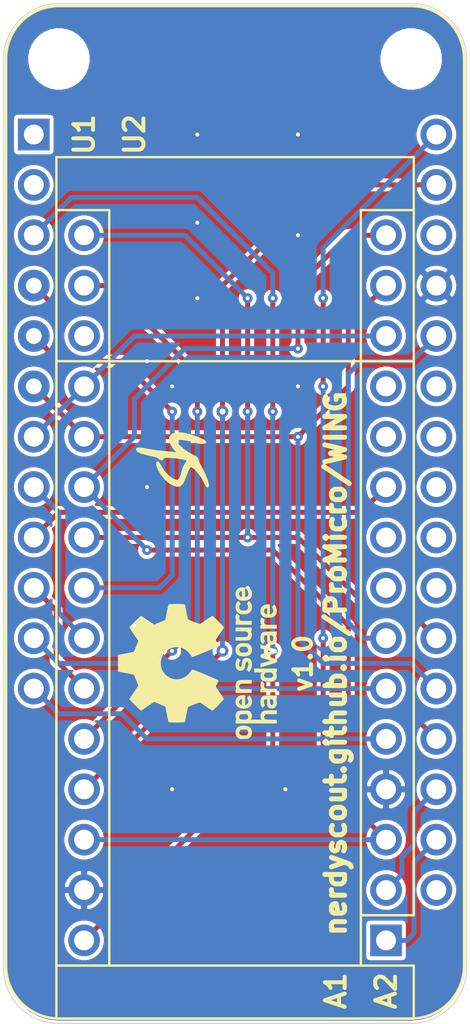
<source format=kicad_pcb>
(kicad_pcb (version 20171130) (host pcbnew 5.1.5)
  (title_block (title ProMicro_WING) (date 2020-06-01) (rev v1.0) (company https://twitter.com/nerdyscout84) (comment 1 "CERN Open Hardware Licence v1.2 ") (comment 2 http://github.com/nerdyscout/ProMicro))
  (layers (0 F.Cu mixed) (31 B.Cu mixed) (34 B.Paste user) (35 F.Paste user) (36 B.SilkS user) (37 F.SilkS user) (38 B.Mask user) (39 F.Mask user) (44 Edge.Cuts user))
  (net 0 "")
  (net 1 GND)
  (net 2 +3V3)
  (net 3 Reset)
  (net 4 D9)
  (net 5 D8)
  (net 6 A3)
  (net 7 D7)
  (net 8 A2)
  (net 9 D6)
  (net 10 A1)
  (net 11 D5)
  (net 12 A0)
  (net 13 D4)
  (net 14 D15)
  (net 15 D3)
  (net 16 D14)
  (net 17 D2)
  (net 18 D16)
  (net 19 D10)
  (net 20 D0)
  (net 21 D1)
  (net 22 +5V)
  (net 23 EN)
  (module Symbol:initials (layer F.Cu) (at 55.245 77.47 90)
    (fp_text reference TP3 hide)
    (fp_text value initials hide)
  )
  (module WING:Adafruit_Feather_mod2 (layer F.Cu) (at 48.26 60.96)
    (fp_text reference U1 (at 2.54 0 270) (layer F.SilkS) (effects (font (thickness 0.2))))
    (fp_text value Adafruit_HUZZAH32_ESP32_Feather hide)
    (pad 1 thru_hole rect (at 0 0) (size 1.6 1.6) (drill 0.8) (layers *.Cu *.Mask))
    (pad 2 thru_hole circle (at 0 2.54) (size 1.6 1.6) (drill 0.8) (layers *.Cu *.Mask) (net 23 EN))
    (pad 3 thru_hole circle (at 0 5.08) (size 1.6 1.6) (drill 0.8) (layers *.Cu *.Mask) (net 22 +5V))
    (pad 4 thru_hole circle (at 0 7.62) (size 1.6 1.6) (drill 0.8) (layers *.Cu *.Mask) (net 6 A3))
    (pad 5 thru_hole circle (at 0 10.16) (size 1.6 1.6) (drill 0.8) (layers *.Cu *.Mask) (net 12 A0))
    (pad 6 thru_hole circle (at 0 12.7) (size 1.6 1.6) (drill 0.8) (layers *.Cu *.Mask) (net 18 D16))
    (pad 7 thru_hole circle (at 0 15.24) (size 1.6 1.6) (drill 0.8) (layers *.Cu *.Mask) (net 19 D10))
    (pad 8 thru_hole circle (at 0 17.78) (size 1.6 1.6) (drill 0.8) (layers *.Cu *.Mask) (net 10 A1))
    (pad 9 thru_hole circle (at 0 20.32) (size 1.6 1.6) (drill 0.8) (layers *.Cu *.Mask) (net 7 D7))
    (pad 10 thru_hole circle (at 0 22.86) (size 1.6 1.6) (drill 0.8) (layers *.Cu *.Mask) (net 8 A2))
    (pad 11 thru_hole circle (at 0 25.4) (size 1.6 1.6) (drill 0.8) (layers *.Cu *.Mask) (net 15 D3))
    (pad 12 thru_hole circle (at 0 27.94) (size 1.6 1.6) (drill 0.8) (layers *.Cu *.Mask) (net 17 D2))
    (pad 13 thru_hole circle (at 20.32 38.1) (size 1.6 1.6) (drill 0.8) (layers *.Cu *.Mask))
    (pad 14 thru_hole circle (at 20.32 35.56) (size 1.6 1.6) (drill 0.8) (layers *.Cu *.Mask) (net 21 D1))
    (pad 15 thru_hole circle (at 20.32 33.02) (size 1.6 1.6) (drill 0.8) (layers *.Cu *.Mask) (net 20 D0))
    (pad 16 thru_hole circle (at 20.32 30.48) (size 1.6 1.6) (drill 0.8) (layers *.Cu *.Mask) (net 16 D14))
    (pad 17 thru_hole circle (at 20.32 27.94) (size 1.6 1.6) (drill 0.8) (layers *.Cu *.Mask) (net 18 D16))
    (pad 18 thru_hole circle (at 20.32 25.4) (size 1.6 1.6) (drill 0.8) (layers *.Cu *.Mask) (net 14 D15))
    (pad 19 thru_hole circle (at 20.32 22.86) (size 1.6 1.6) (drill 0.8) (layers *.Cu *.Mask))
    (pad 20 thru_hole circle (at 20.32 20.32) (size 1.6 1.6) (drill 0.8) (layers *.Cu *.Mask))
    (pad 21 thru_hole circle (at 20.32 17.78) (size 1.6 1.6) (drill 0.8) (layers *.Cu *.Mask))
    (pad 22 thru_hole circle (at 20.32 15.24) (size 1.6 1.6) (drill 0.8) (layers *.Cu *.Mask))
    (pad 23 thru_hole circle (at 20.32 12.7) (size 1.6 1.6) (drill 0.8) (layers *.Cu *.Mask))
    (pad 25 thru_hole circle (at 20.32 7.62) (size 1.6 1.6) (drill 0.8) (layers *.Cu *.Mask) (net 1 GND))
    (pad 26 thru_hole circle (at 20.32 5.08) (size 1.6 1.6) (drill 0.8) (layers *.Cu *.Mask))
    (pad 27 thru_hole circle (at 20.32 2.54) (size 1.6 1.6) (drill 0.8) (layers *.Cu *.Mask) (net 2 +3V3))
  )
  (module MountingHole:MountingHole_2.7mm (layer F.Cu) (at 67.31 57.15)
    (fp_text reference TP2 hide)
    (fp_text value TestPoint hide)
    (pad 1 np_thru_hole circle (at 0 0) (size 2.7 2.7) (drill 2.7) (layers *.Cu *.Mask))
  )
  (module MountingHole:MountingHole_2.7mm (layer F.Cu) (at 49.53 57.15)
    (fp_text reference TP1 hide)
    (fp_text value TestPoint hide)
    (pad 1 np_thru_hole circle (at 0 0) (size 2.7 2.7) (drill 2.7) (layers *.Cu *.Mask))
  )
  (module WING:Adafruit_Feather (layer F.Cu) (at 48.26 60.96)
    (fp_text reference U2 (at 5.08 0 270) (layer F.SilkS) (effects (font (thickness 0.2))))
    (fp_text value Adafruit_Feather_HUZZAH_ESP8266 hide)
    (pad 28 thru_hole circle (at 20.32 0) (size 1.6 1.6) (drill 1) (layers *.Cu *.Mask) (net 3 Reset))
    (pad 27 thru_hole circle (at 20.32 2.54) (size 1.6 1.6) (drill 1) (layers *.Cu *.Mask) (net 2 +3V3))
    (pad 26 thru_hole circle (at 20.32 5.08) (size 1.6 1.6) (drill 1) (layers *.Cu *.Mask))
    (pad 25 thru_hole circle (at 20.32 7.62) (size 1.6 1.6) (drill 1) (layers *.Cu *.Mask) (net 1 GND))
    (pad 24 thru_hole circle (at 20.32 10.16) (size 1.6 1.6) (drill 1) (layers *.Cu *.Mask) (net 13 D4))
    (pad 23 thru_hole circle (at 20.32 12.7) (size 1.6 1.6) (drill 1) (layers *.Cu *.Mask))
    (pad 22 thru_hole circle (at 20.32 15.24) (size 1.6 1.6) (drill 1) (layers *.Cu *.Mask))
    (pad 21 thru_hole circle (at 20.32 17.78) (size 1.6 1.6) (drill 1) (layers *.Cu *.Mask))
    (pad 20 thru_hole circle (at 20.32 20.32) (size 1.6 1.6) (drill 1) (layers *.Cu *.Mask))
    (pad 19 thru_hole circle (at 20.32 22.86) (size 1.6 1.6) (drill 1) (layers *.Cu *.Mask))
    (pad 18 thru_hole circle (at 20.32 25.4) (size 1.6 1.6) (drill 1) (layers *.Cu *.Mask) (net 14 D15))
    (pad 17 thru_hole circle (at 20.32 27.94) (size 1.6 1.6) (drill 1) (layers *.Cu *.Mask) (net 18 D16))
    (pad 16 thru_hole circle (at 20.32 30.48) (size 1.6 1.6) (drill 1) (layers *.Cu *.Mask) (net 16 D14))
    (pad 15 thru_hole circle (at 20.32 33.02) (size 1.6 1.6) (drill 1) (layers *.Cu *.Mask) (net 20 D0))
    (pad 14 thru_hole circle (at 20.32 35.56) (size 1.6 1.6) (drill 1) (layers *.Cu *.Mask) (net 21 D1))
    (pad 13 thru_hole circle (at 20.32 38.1) (size 1.6 1.6) (drill 1) (layers *.Cu *.Mask))
    (pad 12 thru_hole circle (at 0 27.94) (size 1.6 1.6) (drill 1) (layers *.Cu *.Mask) (net 17 D2))
    (pad 11 thru_hole circle (at 0 25.4) (size 1.6 1.6) (drill 1) (layers *.Cu *.Mask) (net 15 D3))
    (pad 10 thru_hole circle (at 0 22.86) (size 1.6 1.6) (drill 1) (layers *.Cu *.Mask) (net 8 A2))
    (pad 9 thru_hole circle (at 0 20.32) (size 1.6 1.6) (drill 1) (layers *.Cu *.Mask) (net 7 D7))
    (pad 8 thru_hole circle (at 0 17.78) (size 1.6 1.6) (drill 1) (layers *.Cu *.Mask) (net 10 A1))
    (pad 7 thru_hole circle (at 0 15.24) (size 1.6 1.6) (drill 1) (layers *.Cu *.Mask) (net 19 D10))
    (pad 3 thru_hole circle (at 0 5.08) (size 1.6 1.6) (drill 1) (layers *.Cu *.Mask) (net 22 +5V))
    (pad 2 thru_hole circle (at 0 2.54) (size 1.6 1.6) (drill 1) (layers *.Cu *.Mask) (net 23 EN))
    (pad 1 thru_hole rect (at 0 0) (size 1.6 1.6) (drill 1) (layers *.Cu *.Mask))
  )
  (module Module:Sparkfun_Pro_Micro (layer F.Cu) (at 66.04 101.6 180)
    (fp_text reference A1 (at 2.54 -2.54 270) (layer F.SilkS) (effects (font (thickness 0.2))))
    (fp_text value Sparkfun_Pro_Micro_3V3 hide)
    (pad 24 thru_hole oval (at 15.24 0 180) (size 1.6 1.6) (drill 1) (layers *.Cu *.Mask) (net 22 +5V))
    (pad 23 thru_hole oval (at 15.24 2.54 180) (size 1.6 1.6) (drill 1) (layers *.Cu *.Mask) (net 1 GND))
    (pad 22 thru_hole oval (at 15.24 5.08 180) (size 1.6 1.6) (drill 1) (layers *.Cu *.Mask) (net 3 Reset))
    (pad 12 thru_hole oval (at 0 27.94 180) (size 1.6 1.6) (drill 1) (layers *.Cu *.Mask) (net 4 D9))
    (pad 21 thru_hole oval (at 15.24 7.62 180) (size 1.6 1.6) (drill 1) (layers *.Cu *.Mask) (net 2 +3V3))
    (pad 11 thru_hole oval (at 0 25.4 180) (size 1.6 1.6) (drill 1) (layers *.Cu *.Mask) (net 5 D8))
    (pad 20 thru_hole oval (at 15.24 10.16 180) (size 1.6 1.6) (drill 1) (layers *.Cu *.Mask) (net 6 A3))
    (pad 10 thru_hole oval (at 0 22.86 180) (size 1.6 1.6) (drill 1) (layers *.Cu *.Mask) (net 7 D7))
    (pad 19 thru_hole oval (at 15.24 12.7 180) (size 1.6 1.6) (drill 1) (layers *.Cu *.Mask) (net 8 A2))
    (pad 9 thru_hole oval (at 0 20.32 180) (size 1.6 1.6) (drill 1) (layers *.Cu *.Mask) (net 9 D6))
    (pad 18 thru_hole oval (at 15.24 15.24 180) (size 1.6 1.6) (drill 1) (layers *.Cu *.Mask) (net 10 A1))
    (pad 8 thru_hole oval (at 0 17.78 180) (size 1.6 1.6) (drill 1) (layers *.Cu *.Mask) (net 11 D5))
    (pad 17 thru_hole oval (at 15.24 17.78 180) (size 1.6 1.6) (drill 1) (layers *.Cu *.Mask) (net 12 A0))
    (pad 7 thru_hole oval (at 0 15.24 180) (size 1.6 1.6) (drill 1) (layers *.Cu *.Mask) (net 13 D4))
    (pad 16 thru_hole oval (at 15.24 20.32 180) (size 1.6 1.6) (drill 1) (layers *.Cu *.Mask) (net 14 D15))
    (pad 6 thru_hole oval (at 0 12.7 180) (size 1.6 1.6) (drill 1) (layers *.Cu *.Mask) (net 15 D3))
    (pad 15 thru_hole oval (at 15.24 22.86 180) (size 1.6 1.6) (drill 1) (layers *.Cu *.Mask) (net 16 D14))
    (pad 5 thru_hole oval (at 0 10.16 180) (size 1.6 1.6) (drill 1) (layers *.Cu *.Mask) (net 17 D2))
    (pad 14 thru_hole oval (at 15.24 25.4 180) (size 1.6 1.6) (drill 1) (layers *.Cu *.Mask) (net 18 D16))
    (pad 4 thru_hole oval (at 0 7.62 180) (size 1.6 1.6) (drill 1) (layers *.Cu *.Mask) (net 1 GND))
    (pad 13 thru_hole oval (at 15.24 27.94 180) (size 1.6 1.6) (drill 1) (layers *.Cu *.Mask) (net 19 D10))
    (pad 3 thru_hole oval (at 0 5.08 180) (size 1.6 1.6) (drill 1) (layers *.Cu *.Mask) (net 3 Reset))
    (pad 2 thru_hole oval (at 0 2.54 180) (size 1.6 1.6) (drill 1) (layers *.Cu *.Mask) (net 20 D0))
    (pad 1 thru_hole rect (at 0 0 180) (size 1.6 1.6) (drill 1) (layers *.Cu *.Mask) (net 21 D1))
  )
  (module Module:Arduino_Nano_mod (layer F.Cu) (at 66.04 101.6 180)
    (fp_text reference A2 (at 0 -2.54 90) (layer F.SilkS) (effects (font (thickness 0.2))))
    (fp_text value Arduino_Nano_v3.x)
    (pad 16 thru_hole oval (at 15.24 35.56 180) (size 1.6 1.6) (drill 1) (layers *.Cu *.Mask) (net 14 D15))
    (pad 15 thru_hole oval (at 0 35.56 180) (size 1.6 1.6) (drill 1) (layers *.Cu *.Mask) (net 16 D14))
    (pad 30 thru_hole oval (at 15.24 0 180) (size 1.6 1.6) (drill 1) (layers *.Cu *.Mask) (net 22 +5V))
    (pad 14 thru_hole oval (at 0 33.02 180) (size 1.6 1.6) (drill 1) (layers *.Cu *.Mask) (net 18 D16))
    (pad 29 thru_hole oval (at 15.24 2.54 180) (size 1.6 1.6) (drill 1) (layers *.Cu *.Mask) (net 1 GND))
    (pad 13 thru_hole oval (at 0 30.48 180) (size 1.6 1.6) (drill 1) (layers *.Cu *.Mask) (net 19 D10))
    (pad 28 thru_hole oval (at 15.24 5.08 180) (size 1.6 1.6) (drill 1) (layers *.Cu *.Mask) (net 3 Reset))
    (pad 12 thru_hole oval (at 0 27.94 180) (size 1.6 1.6) (drill 1) (layers *.Cu *.Mask) (net 4 D9))
    (pad 27 thru_hole oval (at 15.24 7.62 180) (size 1.6 1.6) (drill 1) (layers *.Cu *.Mask) (net 2 +3V3))
    (pad 11 thru_hole oval (at 0 25.4 180) (size 1.6 1.6) (drill 1) (layers *.Cu *.Mask) (net 5 D8))
    (pad 26 thru_hole oval (at 15.24 10.16 180) (size 1.6 1.6) (drill 1) (layers *.Cu *.Mask) (net 6 A3))
    (pad 10 thru_hole oval (at 0 22.86 180) (size 1.6 1.6) (drill 1) (layers *.Cu *.Mask) (net 7 D7))
    (pad 25 thru_hole oval (at 15.24 12.7 180) (size 1.6 1.6) (drill 1) (layers *.Cu *.Mask) (net 8 A2))
    (pad 9 thru_hole oval (at 0 20.32 180) (size 1.6 1.6) (drill 1) (layers *.Cu *.Mask) (net 9 D6))
    (pad 24 thru_hole oval (at 15.24 15.24 180) (size 1.6 1.6) (drill 1) (layers *.Cu *.Mask) (net 10 A1))
    (pad 8 thru_hole oval (at 0 17.78 180) (size 1.6 1.6) (drill 1) (layers *.Cu *.Mask) (net 11 D5))
    (pad 23 thru_hole oval (at 15.24 17.78 180) (size 1.6 1.6) (drill 1) (layers *.Cu *.Mask) (net 12 A0))
    (pad 7 thru_hole oval (at 0 15.24 180) (size 1.6 1.6) (drill 1) (layers *.Cu *.Mask) (net 13 D4))
    (pad 6 thru_hole oval (at 0 12.7 180) (size 1.6 1.6) (drill 1) (layers *.Cu *.Mask) (net 15 D3))
    (pad 5 thru_hole oval (at 0 10.16 180) (size 1.6 1.6) (drill 1) (layers *.Cu *.Mask) (net 17 D2))
    (pad 4 thru_hole oval (at 0 7.62 180) (size 1.6 1.6) (drill 1) (layers *.Cu *.Mask) (net 1 GND))
    (pad 3 thru_hole oval (at 0 5.08 180) (size 1.6 1.6) (drill 1) (layers *.Cu *.Mask) (net 3 Reset))
    (pad 18 thru_hole oval (at 15.24 30.48 180) (size 1.6 1.6) (drill 1) (layers *.Cu *.Mask))
    (pad 2 thru_hole oval (at 0 2.54 180) (size 1.6 1.6) (drill 1) (layers *.Cu *.Mask) (net 20 D0))
    (pad 17 thru_hole oval (at 15.24 33.02 180) (size 1.6 1.6) (drill 1) (layers *.Cu *.Mask) (net 2 +3V3))
    (pad 1 thru_hole rect (at 0 0 180) (size 1.6 1.6) (drill 1) (layers *.Cu *.Mask) (net 21 D1))
  )
  (module Symbol:OSHW-Logo_7.5x8mm_SilkScreen (layer F.Cu) (at 56.515 87.63 90)
    (fp_text reference LOGO1 hide)
    (fp_text value Logo_Open_Hardware_Small hide)
  )
  (gr_arc (start 49.53 57.15) (end 49.53 54.356) (angle -90) (layer Edge.Cuts) (width 0.05))
  (gr_arc (start 67.31 57.15) (end 70.104 57.15) (angle -90) (layer Edge.Cuts) (width 0.05))
  (gr_arc (start 67.31 102.997) (end 67.31 105.791) (angle -90) (layer Edge.Cuts) (width 0.05))
  (gr_arc (start 49.53 102.997) (end 46.736 102.997) (angle -90) (layer Edge.Cuts) (width 0.05))
  (gr_text v1.0 (at 61.849 87.63 90) (layer F.SilkS) (effects (font (size 0.9 0.9) (thickness 0.2))))
  (gr_text nerdyscout.github.io/ProMicro/WING (at 63.5 87.63 90) (layer F.SilkS) (effects (font (size 1 1) (thickness 0.25))))
  (gr_line (start 46.736 102.997) (end 46.736 57.15) (layer Edge.Cuts) (width 0.05))
  (gr_line (start 67.31 105.791) (end 49.53 105.791) (layer Edge.Cuts) (width 0.05))
  (gr_line (start 70.104 57.15) (end 70.104 102.997) (layer Edge.Cuts) (width 0.05))
  (gr_line (start 49.53 54.356) (end 67.31 54.356) (layer Edge.Cuts) (width 0.05))
  (via (at 59.055 83.82) (size 0.5) (drill 0.2) (layers F.Cu B.Cu) (net 1))
  (via (at 60.96 93.98) (size 0.5) (drill 0.2) (layers F.Cu B.Cu) (net 1))
  (via (at 55.245 93.98) (size 0.5) (drill 0.2) (layers F.Cu B.Cu) (net 1))
  (via (at 53.975 78.74) (size 0.5) (drill 0.2) (layers F.Cu B.Cu) (net 1))
  (via (at 61.595 73.66) (size 0.5) (drill 0.2) (layers F.Cu B.Cu) (net 1))
  (via (at 55.245 73.66) (size 0.5) (drill 0.2) (layers F.Cu B.Cu) (net 1))
  (via (at 53.975 72.39) (size 0.5) (drill 0.2) (layers F.Cu B.Cu) (net 1))
  (via (at 56.515 69.215) (size 0.5) (drill 0.2) (layers F.Cu B.Cu) (net 1))
  (via (at 61.595 66.04) (size 0.5) (drill 0.2) (layers F.Cu B.Cu) (net 1))
  (via (at 56.515 65.405) (size 0.5) (drill 0.2) (layers F.Cu B.Cu) (net 1))
  (via (at 61.595 60.96) (size 0.5) (drill 0.2) (layers F.Cu B.Cu) (net 1))
  (via (at 56.515 60.96) (size 0.5) (drill 0.2) (layers F.Cu B.Cu) (net 1))
  (via (at 53.34 85.725) (size 0.5) (drill 0.2) (layers F.Cu B.Cu) (net 1))
  (via (at 57.785 74.93) (size 0.6) (drill 0.3) (layers F.Cu B.Cu) (net 2))
  (segment (start 57.785 74.93) (end 57.785 68.58) (width 0.25) (layer F.Cu) (net 2))
  (segment (start 67.44863 63.5) (end 68.58 63.5) (width 0.25) (layer F.Cu) (net 2))
  (segment (start 62.865 63.5) (end 67.44863 63.5) (width 0.25) (layer F.Cu) (net 2))
  (segment (start 57.785 68.58) (end 62.865 63.5) (width 0.25) (layer F.Cu) (net 2))
  (segment (start 50.8 68.58) (end 57.785 68.58) (width 0.25) (layer F.Cu) (net 2))
  (via (at 57.785 86.995008) (size 0.6) (drill 0.3) (layers F.Cu B.Cu) (net 2))
  (segment (start 57.785 74.93) (end 57.785 86.995008) (width 0.25) (layer B.Cu) (net 2))
  (segment (start 50.8 93.98) (end 57.784992 86.995008) (width 0.25) (layer F.Cu) (net 2))
  (segment (start 57.784992 86.995008) (end 57.785 86.995008) (width 0.25) (layer F.Cu) (net 2))
  (segment (start 50.8 96.52) (end 66.04 96.52) (width 0.25) (layer B.Cu) (net 3))
  (via (at 62.865 69.215) (size 0.5) (drill 0.2) (layers F.Cu B.Cu) (net 3))
  (via (at 62.865 73.66) (size 0.5) (drill 0.2) (layers F.Cu B.Cu) (net 3))
  (segment (start 62.865 69.215) (end 62.865 73.66) (width 0.25) (layer F.Cu) (net 3))
  (via (at 62.865 86.36) (size 0.5) (drill 0.2) (layers F.Cu B.Cu) (net 3))
  (segment (start 62.865 73.66) (end 62.865 86.36) (width 0.25) (layer B.Cu) (net 3))
  (segment (start 62.865 86.36) (end 62.865 93.345) (width 0.25) (layer F.Cu) (net 3))
  (segment (start 62.865 93.345) (end 66.04 96.52) (width 0.25) (layer F.Cu) (net 3))
  (segment (start 62.865 66.675) (end 62.865 69.215) (width 0.25) (layer B.Cu) (net 3))
  (segment (start 68.58 60.96) (end 62.865 66.675) (width 0.25) (layer B.Cu) (net 3))
  (via (at 56.515 74.93) (size 0.5) (drill 0.2) (layers F.Cu B.Cu) (net 6))
  (segment (start 49.53 69.85) (end 49.059999 69.379999) (width 0.25) (layer F.Cu) (net 6))
  (segment (start 53.34 69.85) (end 49.53 69.85) (width 0.25) (layer F.Cu) (net 6))
  (segment (start 49.059999 69.379999) (end 48.26 68.58) (width 0.25) (layer F.Cu) (net 6))
  (segment (start 56.515 73.025) (end 53.34 69.85) (width 0.25) (layer F.Cu) (net 6))
  (segment (start 56.515 74.93) (end 56.515 73.025) (width 0.25) (layer F.Cu) (net 6))
  (via (at 55.244988 86.995) (size 0.5) (drill 0.2) (layers F.Cu B.Cu) (net 6))
  (segment (start 50.8 91.44) (end 55.244988 86.995012) (width 0.25) (layer F.Cu) (net 6))
  (segment (start 55.244988 86.995012) (end 55.244988 86.995) (width 0.25) (layer F.Cu) (net 6))
  (segment (start 56.515 74.93) (end 56.515 85.724988) (width 0.25) (layer B.Cu) (net 6))
  (segment (start 56.515 85.724988) (end 55.244988 86.995) (width 0.25) (layer B.Cu) (net 6))
  (segment (start 65.240001 79.539999) (end 66.04 78.74) (width 0.25) (layer F.Cu) (net 7))
  (segment (start 64.77 80.01) (end 65.240001 79.539999) (width 0.25) (layer F.Cu) (net 7))
  (segment (start 49.53 80.01) (end 64.77 80.01) (width 0.25) (layer F.Cu) (net 7))
  (segment (start 48.26 81.28) (end 49.53 80.01) (width 0.25) (layer F.Cu) (net 7))
  (segment (start 49.385001 87.485001) (end 50.000001 88.100001) (width 0.25) (layer F.Cu) (net 8))
  (segment (start 49.385001 84.945001) (end 49.385001 87.485001) (width 0.25) (layer F.Cu) (net 8))
  (segment (start 48.26 83.82) (end 49.385001 84.945001) (width 0.25) (layer F.Cu) (net 8))
  (segment (start 50.000001 88.100001) (end 50.8 88.9) (width 0.25) (layer F.Cu) (net 8))
  (segment (start 49.059999 79.539999) (end 48.26 78.74) (width 0.25) (layer B.Cu) (net 10))
  (segment (start 49.53 80.01) (end 49.059999 79.539999) (width 0.25) (layer B.Cu) (net 10))
  (segment (start 49.53 85.09) (end 49.53 80.01) (width 0.25) (layer B.Cu) (net 10))
  (segment (start 50.8 86.36) (end 49.53 85.09) (width 0.25) (layer B.Cu) (net 10))
  (via (at 55.245 74.93) (size 0.5) (drill 0.2) (layers F.Cu B.Cu) (net 12))
  (segment (start 49.059999 71.919999) (end 48.26 71.12) (width 0.25) (layer F.Cu) (net 12))
  (segment (start 49.53 72.39) (end 49.059999 71.919999) (width 0.25) (layer F.Cu) (net 12))
  (segment (start 52.705 72.39) (end 49.53 72.39) (width 0.25) (layer F.Cu) (net 12))
  (segment (start 55.245 74.93) (end 52.705 72.39) (width 0.25) (layer F.Cu) (net 12))
  (segment (start 55.245 83.185) (end 55.245 74.93) (width 0.25) (layer B.Cu) (net 12))
  (segment (start 54.61 83.82) (end 55.245 83.185) (width 0.25) (layer B.Cu) (net 12))
  (segment (start 50.8 83.82) (end 54.61 83.82) (width 0.25) (layer B.Cu) (net 12))
  (segment (start 67.780001 71.919999) (end 68.58 71.12) (width 0.25) (layer B.Cu) (net 13))
  (segment (start 67.31 72.39) (end 67.780001 71.919999) (width 0.25) (layer B.Cu) (net 13))
  (segment (start 64.135 73.025) (end 64.77 72.39) (width 0.25) (layer B.Cu) (net 13))
  (segment (start 64.77 72.39) (end 67.31 72.39) (width 0.25) (layer B.Cu) (net 13))
  (segment (start 64.135 85.58637) (end 64.135 73.025) (width 0.25) (layer B.Cu) (net 13))
  (segment (start 64.90863 86.36) (end 64.135 85.58637) (width 0.25) (layer B.Cu) (net 13))
  (segment (start 66.04 86.36) (end 64.90863 86.36) (width 0.25) (layer B.Cu) (net 13))
  (via (at 59.055 69.215) (size 0.5) (drill 0.2) (layers F.Cu B.Cu) (net 14))
  (segment (start 55.88 66.04) (end 59.055 69.215) (width 0.25) (layer B.Cu) (net 14))
  (segment (start 50.8 66.04) (end 55.88 66.04) (width 0.25) (layer B.Cu) (net 14))
  (via (at 59.055 74.93) (size 0.5) (drill 0.2) (layers F.Cu B.Cu) (net 14))
  (segment (start 59.055 69.215) (end 59.055 74.93) (width 0.25) (layer F.Cu) (net 14))
  (via (at 59.055 81.28) (size 0.5) (drill 0.2) (layers F.Cu B.Cu) (net 14))
  (segment (start 59.055 74.93) (end 59.055 81.28) (width 0.25) (layer B.Cu) (net 14))
  (segment (start 67.780001 85.560001) (end 68.58 86.36) (width 0.25) (layer F.Cu) (net 14))
  (segment (start 67.31 85.09) (end 67.780001 85.560001) (width 0.25) (layer F.Cu) (net 14))
  (segment (start 65.405 85.09) (end 67.31 85.09) (width 0.25) (layer F.Cu) (net 14))
  (segment (start 61.595 81.28) (end 65.405 85.09) (width 0.25) (layer F.Cu) (net 14))
  (segment (start 50.8 81.28) (end 61.595 81.28) (width 0.25) (layer F.Cu) (net 14))
  (segment (start 49.53 87.63) (end 48.26 86.36) (width 0.25) (layer B.Cu) (net 15))
  (segment (start 53.34 87.63) (end 49.53 87.63) (width 0.25) (layer B.Cu) (net 15))
  (segment (start 54.61 88.9) (end 53.34 87.63) (width 0.25) (layer B.Cu) (net 15))
  (segment (start 66.04 88.9) (end 54.61 88.9) (width 0.25) (layer B.Cu) (net 15))
  (via (at 53.975012 81.915) (size 0.5) (drill 0.2) (layers F.Cu B.Cu) (net 16))
  (segment (start 53.975 81.915) (end 53.975012 81.915) (width 0.25) (layer B.Cu) (net 16))
  (segment (start 50.8 78.74) (end 53.975 81.915) (width 0.25) (layer B.Cu) (net 16))
  (via (at 61.595 71.755) (size 0.5) (drill 0.2) (layers F.Cu B.Cu) (net 16))
  (segment (start 61.595 68.58) (end 61.595 71.755) (width 0.25) (layer F.Cu) (net 16))
  (segment (start 64.135 66.04) (end 61.595 68.58) (width 0.25) (layer F.Cu) (net 16))
  (segment (start 66.04 66.04) (end 64.135 66.04) (width 0.25) (layer F.Cu) (net 16))
  (segment (start 64.135 85.725) (end 60.325 81.915) (width 0.25) (layer F.Cu) (net 16))
  (segment (start 60.325 81.915) (end 53.975012 81.915) (width 0.25) (layer F.Cu) (net 16))
  (segment (start 64.135 89.535) (end 64.135 85.725) (width 0.25) (layer F.Cu) (net 16))
  (segment (start 64.77 90.17) (end 64.135 89.535) (width 0.25) (layer F.Cu) (net 16))
  (segment (start 68.58 91.44) (end 67.31 90.17) (width 0.25) (layer F.Cu) (net 16))
  (segment (start 67.31 90.17) (end 64.77 90.17) (width 0.25) (layer F.Cu) (net 16))
  (segment (start 61.241447 71.755) (end 61.595 71.755) (width 0.25) (layer B.Cu) (net 16))
  (segment (start 55.88 71.755) (end 61.241447 71.755) (width 0.25) (layer B.Cu) (net 16))
  (segment (start 53.34 74.295) (end 55.88 71.755) (width 0.25) (layer B.Cu) (net 16))
  (segment (start 53.34 76.2) (end 53.34 74.295) (width 0.25) (layer B.Cu) (net 16))
  (segment (start 50.8 78.74) (end 53.34 76.2) (width 0.25) (layer B.Cu) (net 16))
  (segment (start 49.53 90.17) (end 48.26 88.9) (width 0.25) (layer B.Cu) (net 17))
  (segment (start 52.705 90.17) (end 49.53 90.17) (width 0.25) (layer B.Cu) (net 17))
  (segment (start 53.975 91.44) (end 52.705 90.17) (width 0.25) (layer B.Cu) (net 17))
  (segment (start 66.04 91.44) (end 53.975 91.44) (width 0.25) (layer B.Cu) (net 17))
  (segment (start 50.8 76.2) (end 48.26 73.66) (width 0.25) (layer F.Cu) (net 18))
  (via (at 61.595 76.199998) (size 0.5) (drill 0.2) (layers F.Cu B.Cu) (net 18))
  (segment (start 61.594998 76.2) (end 61.595 76.199998) (width 0.25) (layer F.Cu) (net 18))
  (segment (start 50.8 76.2) (end 60.96 76.2) (width 0.25) (layer F.Cu) (net 18))
  (segment (start 60.96 76.2) (end 61.594998 76.2) (width 0.25) (layer F.Cu) (net 18))
  (segment (start 61.844999 75.949999) (end 61.595 76.199998) (width 0.25) (layer F.Cu) (net 18))
  (segment (start 64.135 73.659998) (end 61.844999 75.949999) (width 0.25) (layer F.Cu) (net 18))
  (segment (start 64.135 70.485) (end 64.135 73.659998) (width 0.25) (layer F.Cu) (net 18))
  (segment (start 66.04 68.58) (end 64.135 70.485) (width 0.25) (layer F.Cu) (net 18))
  (segment (start 61.595 76.553551) (end 61.595 76.199998) (width 0.25) (layer B.Cu) (net 18))
  (segment (start 61.595 86.36) (end 61.595 76.553551) (width 0.25) (layer B.Cu) (net 18))
  (segment (start 62.865 87.63) (end 61.595 86.36) (width 0.25) (layer B.Cu) (net 18))
  (segment (start 67.31 87.63) (end 62.865 87.63) (width 0.25) (layer B.Cu) (net 18))
  (segment (start 68.58 88.9) (end 67.31 87.63) (width 0.25) (layer B.Cu) (net 18))
  (segment (start 48.26 76.2) (end 50.8 73.66) (width 0.25) (layer B.Cu) (net 19))
  (segment (start 53.34 71.12) (end 66.04 71.12) (width 0.25) (layer B.Cu) (net 19))
  (segment (start 50.8 73.66) (end 53.34 71.12) (width 0.25) (layer B.Cu) (net 19))
  (segment (start 67.454999 95.105001) (end 67.780001 94.779999) (width 0.25) (layer B.Cu) (net 20))
  (segment (start 67.454999 96.770003) (end 67.454999 95.105001) (width 0.25) (layer B.Cu) (net 20))
  (segment (start 66.839999 97.385003) (end 67.454999 96.770003) (width 0.25) (layer B.Cu) (net 20))
  (segment (start 66.839999 98.260001) (end 66.839999 97.385003) (width 0.25) (layer B.Cu) (net 20))
  (segment (start 66.04 99.06) (end 66.839999 98.260001) (width 0.25) (layer B.Cu) (net 20))
  (segment (start 67.780001 94.779999) (end 68.58 93.98) (width 0.25) (layer B.Cu) (net 20))
  (segment (start 68.58 96.52) (end 67.454999 97.645001) (width 0.25) (layer B.Cu) (net 21))
  (segment (start 67.454999 97.645001) (end 67.454999 101.235001) (width 0.25) (layer B.Cu) (net 21))
  (segment (start 67.454999 101.235001) (end 67.09 101.6) (width 0.25) (layer B.Cu) (net 21))
  (segment (start 67.09 101.6) (end 66.04 101.6) (width 0.25) (layer B.Cu) (net 21))
  (via (at 60.325 69.215) (size 0.5) (drill 0.2) (layers F.Cu B.Cu) (net 22))
  (via (at 60.325 74.93) (size 0.5) (drill 0.2) (layers F.Cu B.Cu) (net 22))
  (segment (start 60.325 69.215) (end 60.325 74.93) (width 0.25) (layer F.Cu) (net 22))
  (segment (start 60.325 92.075) (end 60.325 86.995) (width 0.25) (layer F.Cu) (net 22))
  (segment (start 50.8 101.6) (end 60.325 92.075) (width 0.25) (layer F.Cu) (net 22))
  (segment (start 60.325 74.93) (end 60.325 86.995) (width 0.25) (layer B.Cu) (net 22))
  (via (at 60.325 86.995) (size 0.5) (drill 0.2) (layers F.Cu B.Cu) (net 22))
  (segment (start 60.325 67.945) (end 60.325 69.215) (width 0.25) (layer B.Cu) (net 22))
  (segment (start 56.515 64.135) (end 60.325 67.945) (width 0.25) (layer B.Cu) (net 22))
  (segment (start 50.165 64.135) (end 56.515 64.135) (width 0.25) (layer B.Cu) (net 22))
  (segment (start 48.26 66.04) (end 50.165 64.135) (width 0.25) (layer B.Cu) (net 22))
  (zone (net 1) (net_name GND) (layer F.Cu) (connect_pads (clearance 0.125)) (min_thickness 0.125) (fill yes (arc_segments 32) (thermal_gap 0.2) (thermal_bridge_width 0.3))
    (polygon (pts (xy 70.104 105.791) (xy 46.736 105.791) (xy 46.736 54.356) (xy 70.104 54.356)))
  )
  (zone (net 1) (net_name GND) (layer B.Cu) (connect_pads (clearance 0.125)) (min_thickness 0.125) (fill yes (arc_segments 32) (thermal_gap 0.2) (thermal_bridge_width 0.3))
    (polygon (pts (xy 70.104 105.791) (xy 46.736 105.791) (xy 46.736 54.356) (xy 70.104 54.356)))
  )
)
</source>
